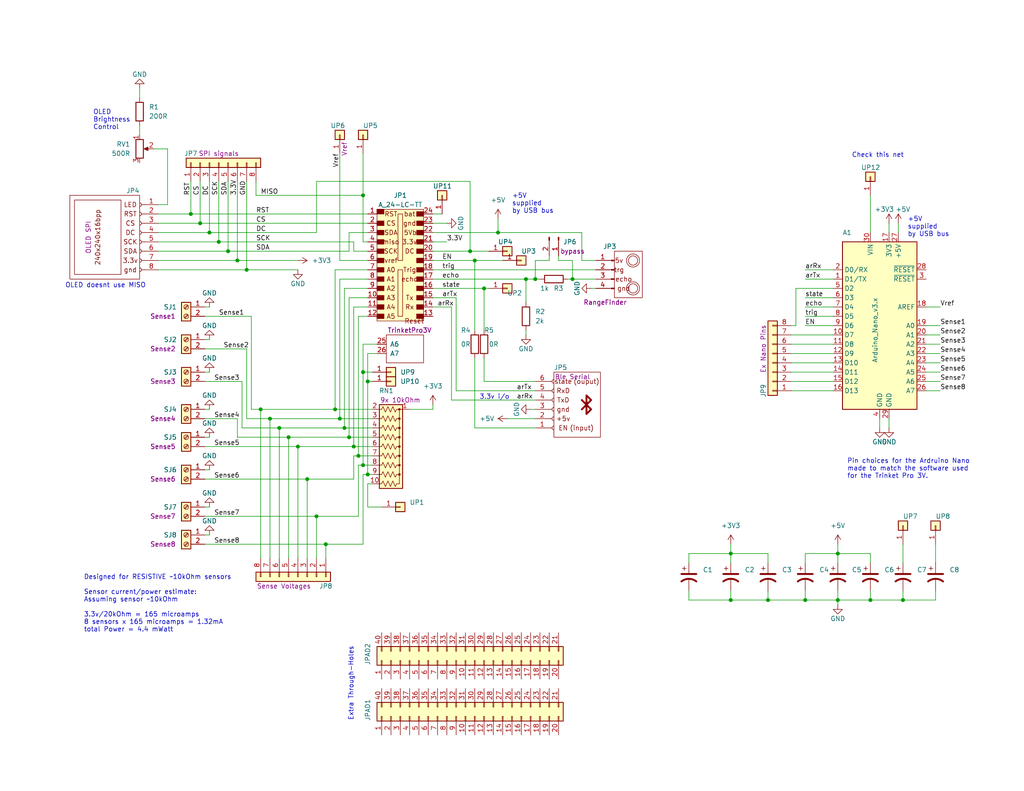
<source format=kicad_sch>
(kicad_sch (version 20211123) (generator eeschema)
  (paper "USLetter")
  (title_block (title "Fishinator005 Sense Cluster Circuit") (date "2023") (rev "1.0") (company "Cam Mayor") (comment 1 "https://github.com/cmayor314"))
  (lib_symbols
    (symbol "Connector:Conn_01x02_Male" (pin_names (offset 1.016) hide)
      (property "Reference" "J" (at 0 2.54 0))
      (property "Value" "Conn_01x02_Male" (at 0 -5.08 0))
      (symbol "Conn_01x02_Male_1_1"
        (pin passive line (at 5.08 0 180) (length 3.81) (name "Pin_1") (number "1"))
        (pin passive line (at 5.08 -2.54 180) (length 3.81) (name "Pin_2") (number "2"))
      )
    )
    (symbol "Connector:Conn_01x04_Male" (pin_names (offset 1.016) hide)
      (property "Reference" "JP3" (at 1.27 6.35 0))
      (property "Silk" "RangeFinder" (at 2.54 -8.89 0))
      (symbol "Conn_01x04_Male_0_0"
        (text "5v" (at -1.27 2.54 0) (effects (font (size 1.27 1.27))))
        (text "echo" (at -2.54 -2.54 0) (effects (font (size 1.27 1.27))))
        (text "gnd" (at -2.54 -5.08 0) (effects (font (size 1.27 1.27))))
        (text "trg" (at -1.27 0 0) (effects (font (size 1.27 1.27))))
      )
      (symbol "Conn_01x04_Male_1_1"
        (pin passive line (at 5.08 2.54 180) (length 3.81) (name "Pin_1") (number "1"))
        (pin passive line (at 5.08 0 180) (length 3.81) (name "Pin_2") (number "2"))
        (pin passive line (at 5.08 -2.54 180) (length 3.81) (name "Pin_3") (number "3"))
        (pin passive line (at 5.08 -5.08 180) (length 3.81) (name "Pin_4") (number "4"))
      )
    )
    (symbol "Connector:Conn_01x06_Female" (pin_names (offset 1.016) hide)
      (property "Reference" "JP5" (at 0 -11.43 0))
      (property "Silk" "Ble Serial" (at 5.08 -8.89 0))
      (symbol "Conn_01x06_Female_0_0"
        (text "(input)" (at 7.62 5.08 0) (effects (font (size 1.27 1.27))))
        (text "(ouput)" (at 8.89 -7.62 0) (effects (font (size 1.27 1.27))))
        (text "+5v" (at 2.54 2.54 0) (effects (font (size 1.27 1.27))))
        (text "EN" (at 2.54 5.08 0) (effects (font (size 1.27 1.27))))
        (text "gnd" (at 2.54 0 0) (effects (font (size 1.27 1.27))))
        (text "RxD" (at 2.54 -5.08 0) (effects (font (size 1.27 1.27))))
        (text "state" (at 2.54 -7.62 0) (effects (font (size 1.27 1.27))))
        (text "TxD" (at 2.54 -2.54 0) (effects (font (size 1.27 1.27))))
      )
      (symbol "Conn_01x06_Female_1_1"
        (pin passive line (at -5.08 5.08 0) (length 3.81) (name "Pin_1") (number "1"))
        (pin passive line (at -5.08 2.54 0) (length 3.81) (name "Pin_2") (number "2"))
        (pin passive line (at -5.08 0 0) (length 3.81) (name "Pin_3") (number "3"))
        (pin passive line (at -5.08 -2.54 0) (length 3.81) (name "Pin_4") (number "4"))
        (pin passive line (at -5.08 -5.08 0) (length 3.81) (name "Pin_5") (number "5"))
        (pin passive line (at -5.08 -7.62 0) (length 3.81) (name "Pin_6") (number "6"))
      )
    )
    (symbol "Connector:Conn_01x08_Female" (pin_names (offset 1.016) hide)
      (property "Reference" "JP4" (at 0 11.43 0))
      (property "Silk" "OLED SPI" (at 13.97 -1.27 90))
      (symbol "Conn_01x08_Female_0_0"
        (text "240x240x16bpp" (at 11.43 -1.27 900) (effects (font (size 1.27 1.27))))
        (text "3.3v" (at 2.54 -7.62 0) (effects (font (size 1.27 1.27))))
        (text "CS" (at 2.54 2.54 0) (effects (font (size 1.27 1.27))))
        (text "DC" (at 2.54 0 0) (effects (font (size 1.27 1.27))))
        (text "gnd" (at 2.54 -10.16 0) (effects (font (size 1.27 1.27))))
        (text "LED" (at 2.54 7.62 0) (effects (font (size 1.27 1.27))))
        (text "RST" (at 2.54 5.08 0) (effects (font (size 1.27 1.27))))
        (text "SCK" (at 2.54 -2.54 0) (effects (font (size 1.27 1.27))))
        (text "SDA" (at 2.54 -5.08 0) (effects (font (size 1.27 1.27))))
      )
      (symbol "Conn_01x08_Female_1_1"
        (pin passive line (at -5.08 7.62 0) (length 3.81) (name "Pin_1") (number "1"))
        (pin passive line (at -5.08 5.08 0) (length 3.81) (name "Pin_2") (number "2"))
        (pin passive line (at -5.08 2.54 0) (length 3.81) (name "Pin_3") (number "3"))
        (pin passive line (at -5.08 0 0) (length 3.81) (name "Pin_4") (number "4"))
        (pin passive line (at -5.08 -2.54 0) (length 3.81) (name "Pin_5") (number "5"))
        (pin passive line (at -5.08 -5.08 0) (length 3.81) (name "Pin_6") (number "6"))
        (pin passive line (at -5.08 -7.62 0) (length 3.81) (name "Pin_7") (number "7"))
        (pin passive line (at -5.08 -10.16 0) (length 3.81) (name "Pin_8") (number "8"))
      )
    )
    (symbol "Connector:Screw_Terminal_01x02" (pin_names (offset 1.016) hide)
      (property "Reference" "J" (at 0 2.54 0))
      (property "Value" "Screw_Terminal_01x02" (at 0 -5.08 0))
      (symbol "Screw_Terminal_01x02_1_1"
        (pin passive line (at -5.08 0 0) (length 3.81) (name "Pin_1") (number "1"))
        (pin passive line (at -5.08 -2.54 0) (length 3.81) (name "Pin_2") (number "2"))
      )
    )
    (symbol "Connector_Generic:Conn_01x01" (pin_names (offset 1.016) hide)
      (property "Reference" "J" (at 0 2.54 0))
      (property "Value" "Conn_01x01" (at 0 -2.54 0))
      (symbol "Conn_01x01_1_1"
        (pin passive line (at -5.08 0 0) (length 3.81) (name "Pin_1") (number "1"))
      )
    )
    (symbol "Connector_Generic:Conn_01x08" (pin_names (offset 1.016) hide)
      (property "Reference" "J" (at 0 10.16 0))
      (property "Value" "Conn_01x08" (at 0 -12.7 0))
      (symbol "Conn_01x08_1_1"
        (pin passive line (at -5.08 7.62 0) (length 3.81) (name "Pin_1") (number "1"))
        (pin passive line (at -5.08 5.08 0) (length 3.81) (name "Pin_2") (number "2"))
        (pin passive line (at -5.08 2.54 0) (length 3.81) (name "Pin_3") (number "3"))
        (pin passive line (at -5.08 0 0) (length 3.81) (name "Pin_4") (number "4"))
        (pin passive line (at -5.08 -2.54 0) (length 3.81) (name "Pin_5") (number "5"))
        (pin passive line (at -5.08 -5.08 0) (length 3.81) (name "Pin_6") (number "6"))
        (pin passive line (at -5.08 -7.62 0) (length 3.81) (name "Pin_7") (number "7"))
        (pin passive line (at -5.08 -10.16 0) (length 3.81) (name "Pin_8") (number "8"))
      )
    )
    (symbol "Connector_Generic:Conn_02x20_Counter_Clockwise" (pin_names (offset 1.016) hide)
      (property "Reference" "J" (at 1.27 25.4 0))
      (property "Value" "Conn_02x20_Counter_Clockwise" (at 1.27 -27.94 0))
      (symbol "Conn_02x20_Counter_Clockwise_1_1"
        (pin passive line (at -5.08 22.86 0) (length 3.81) (name "Pin_1") (number "1"))
        (pin passive line (at -5.08 0 0) (length 3.81) (name "Pin_10") (number "10"))
        (pin passive line (at -5.08 -2.54 0) (length 3.81) (name "Pin_11") (number "11"))
        (pin passive line (at -5.08 -5.08 0) (length 3.81) (name "Pin_12") (number "12"))
        (pin passive line (at -5.08 -7.62 0) (length 3.81) (name "Pin_13") (number "13"))
        (pin passive line (at -5.08 -10.16 0) (length 3.81) (name "Pin_14") (number "14"))
        (pin passive line (at -5.08 -12.7 0) (length 3.81) (name "Pin_15") (number "15"))
        (pin passive line (at -5.08 -15.24 0) (length 3.81) (name "Pin_16") (number "16"))
        (pin passive line (at -5.08 -17.78 0) (length 3.81) (name "Pin_17") (number "17"))
        (pin passive line (at -5.08 -20.32 0) (length 3.81) (name "Pin_18") (number "18"))
        (pin passive line (at -5.08 -22.86 0) (length 3.81) (name "Pin_19") (number "19"))
        (pin passive line (at -5.08 20.32 0) (length 3.81) (name "Pin_2") (number "2"))
        (pin passive line (at -5.08 -25.4 0) (length 3.81) (name "Pin_20") (number "20"))
        (pin passive line (at 7.62 -25.4 180) (length 3.81) (name "Pin_21") (number "21"))
        (pin passive line (at 7.62 -22.86 180) (length 3.81) (name "Pin_22") (number "22"))
        (pin passive line (at 7.62 -20.32 180) (length 3.81) (name "Pin_23") (number "23"))
        (pin passive line (at 7.62 -17.78 180) (length 3.81) (name "Pin_24") (number "24"))
        (pin passive line (at 7.62 -15.24 180) (length 3.81) (name "Pin_25") (number "25"))
        (pin passive line (at 7.62 -12.7 180) (length 3.81) (name "Pin_26") (number "26"))
        (pin passive line (at 7.62 -10.16 180) (length 3.81) (name "Pin_27") (number "27"))
        (pin passive line (at 7.62 -7.62 180) (length 3.81) (name "Pin_28") (number "28"))
        (pin passive line (at 7.62 -5.08 180) (length 3.81) (name "Pin_29") (number "29"))
        (pin passive line (at -5.08 17.78 0) (length 3.81) (name "Pin_3") (number "3"))
        (pin passive line (at 7.62 -2.54 180) (length 3.81) (name "Pin_30") (number "30"))
        (pin passive line (at 7.62 0 180) (length 3.81) (name "Pin_31") (number "31"))
        (pin passive line (at 7.62 2.54 180) (length 3.81) (name "Pin_32") (number "32"))
        (pin passive line (at 7.62 5.08 180) (length 3.81) (name "Pin_33") (number "33"))
        (pin passive line (at 7.62 7.62 180) (length 3.81) (name "Pin_34") (number "34"))
        (pin passive line (at 7.62 10.16 180) (length 3.81) (name "Pin_35") (number "35"))
        (pin passive line (at 7.62 12.7 180) (length 3.81) (name "Pin_36") (number "36"))
        (pin passive line (at 7.62 15.24 180) (length 3.81) (name "Pin_37") (number "37"))
        (pin passive line (at 7.62 17.78 180) (length 3.81) (name "Pin_38") (number "38"))
        (pin passive line (at 7.62 20.32 180) (length 3.81) (name "Pin_39") (number "39"))
        (pin passive line (at -5.08 15.24 0) (length 3.81) (name "Pin_4") (number "4"))
        (pin passive line (at 7.62 22.86 180) (length 3.81) (name "Pin_40") (number "40"))
        (pin passive line (at -5.08 12.7 0) (length 3.81) (name "Pin_5") (number "5"))
        (pin passive line (at -5.08 10.16 0) (length 3.81) (name "Pin_6") (number "6"))
        (pin passive line (at -5.08 7.62 0) (length 3.81) (name "Pin_7") (number "7"))
        (pin passive line (at -5.08 5.08 0) (length 3.81) (name "Pin_8") (number "8"))
        (pin passive line (at -5.08 2.54 0) (length 3.81) (name "Pin_9") (number "9"))
      )
    )
    (symbol "Device:C_Polarized_US" (pin_numbers hide) (pin_names (offset 0.254) hide)
      (property "Reference" "C" (at 0.635 2.54 0))
      (property "Value" "C_Polarized_US" (at 0.635 -2.54 0))
      (symbol "C_Polarized_US_1_1"
        (pin passive line (at 0 3.81 270) (length 2.794) (name "~") (number "1"))
        (pin passive line (at 0 -3.81 90) (length 3.302) (name "~") (number "2"))
      )
    )
    (symbol "Device:R" (pin_numbers hide) (pin_names (offset 0))
      (property "Reference" "R" (at 2.032 0 90))
      (property "Value" "R" (at 0 0 90))
      (symbol "R_1_1"
        (pin passive line (at 0 3.81 270) (length 1.27) (name "~") (number "1"))
        (pin passive line (at 0 -3.81 90) (length 1.27) (name "~") (number "2"))
      )
    )
    (symbol "Device:R_Network09_US" (pin_names (offset 0) hide)
      (property "Reference" "RN" (at -12.7 0 90))
      (property "Value" "R_Network09_US" (at 12.7 0 90))
      (symbol "R_Network09_US_1_1"
        (pin passive line (at -10.16 5.08 270) (length 2.54) (name "common") (number "1"))
        (pin passive line (at 10.16 -5.08 90) (length 1.27) (name "R9") (number "10"))
        (pin passive line (at -10.16 -5.08 90) (length 1.27) (name "R1") (number "2"))
        (pin passive line (at -7.62 -5.08 90) (length 1.27) (name "R2") (number "3"))
        (pin passive line (at -5.08 -5.08 90) (length 1.27) (name "R3") (number "4"))
        (pin passive line (at -2.54 -5.08 90) (length 1.27) (name "R4") (number "5"))
        (pin passive line (at 0 -5.08 90) (length 1.27) (name "R5") (number "6"))
        (pin passive line (at 2.54 -5.08 90) (length 1.27) (name "R6") (number "7"))
        (pin passive line (at 5.08 -5.08 90) (length 1.27) (name "R7") (number "8"))
        (pin passive line (at 7.62 -5.08 90) (length 1.27) (name "R8") (number "9"))
      )
    )
    (symbol "Device:R_Potentiometer" (pin_names (offset 1.016) hide)
      (property "Reference" "RV" (at -4.445 0 90))
      (property "Value" "R_Potentiometer" (at -2.54 0 90))
      (symbol "R_Potentiometer_1_1"
        (pin passive line (at 0 3.81 270) (length 1.27) (name "1") (number "1"))
        (pin passive line (at 3.81 0 180) (length 1.27) (name "2") (number "2"))
        (pin passive line (at 0 -3.81 90) (length 1.27) (name "3") (number "3"))
      )
    )
    (symbol "MCU_Module:Arduino_Nano_v3.x"
      (property "Reference" "A" (at -10.16 23.495 0))
      (property "Value" "Arduino_Nano_v3.x" (at 5.08 -24.13 0))
      (symbol "Arduino_Nano_v3.x_1_1"
        (pin bidirectional line (at -12.7 12.7 0) (length 2.54) (name "D1/TX") (number "1"))
        (pin bidirectional line (at -12.7 -2.54 0) (length 2.54) (name "D7") (number "10"))
        (pin bidirectional line (at -12.7 -5.08 0) (length 2.54) (name "D8") (number "11"))
        (pin bidirectional line (at -12.7 -7.62 0) (length 2.54) (name "D9") (number "12"))
        (pin bidirectional line (at -12.7 -10.16 0) (length 2.54) (name "D10") (number "13"))
        (pin bidirectional line (at -12.7 -12.7 0) (length 2.54) (name "D11") (number "14"))
        (pin bidirectional line (at -12.7 -15.24 0) (length 2.54) (name "D12") (number "15"))
        (pin bidirectional line (at -12.7 -17.78 0) (length 2.54) (name "D13") (number "16"))
        (pin power_out line (at 2.54 25.4 270) (length 2.54) (name "3V3") (number "17"))
        (pin input line (at 12.7 5.08 180) (length 2.54) (name "AREF") (number "18"))
        (pin bidirectional line (at 12.7 0 180) (length 2.54) (name "A0") (number "19"))
        (pin bidirectional line (at -12.7 15.24 0) (length 2.54) (name "D0/RX") (number "2"))
        (pin bidirectional line (at 12.7 -2.54 180) (length 2.54) (name "A1") (number "20"))
        (pin bidirectional line (at 12.7 -5.08 180) (length 2.54) (name "A2") (number "21"))
        (pin bidirectional line (at 12.7 -7.62 180) (length 2.54) (name "A3") (number "22"))
        (pin bidirectional line (at 12.7 -10.16 180) (length 2.54) (name "A4") (number "23"))
        (pin bidirectional line (at 12.7 -12.7 180) (length 2.54) (name "A5") (number "24"))
        (pin bidirectional line (at 12.7 -15.24 180) (length 2.54) (name "A6") (number "25"))
        (pin bidirectional line (at 12.7 -17.78 180) (length 2.54) (name "A7") (number "26"))
        (pin power_out line (at 5.08 25.4 270) (length 2.54) (name "+5V") (number "27"))
        (pin input line (at 12.7 15.24 180) (length 2.54) (name "~{RESET}") (number "28"))
        (pin power_in line (at 2.54 -25.4 90) (length 2.54) (name "GND") (number "29"))
        (pin input line (at 12.7 12.7 180) (length 2.54) (name "~{RESET}") (number "3"))
        (pin power_in line (at -2.54 25.4 270) (length 2.54) (name "VIN") (number "30"))
        (pin power_in line (at 0 -25.4 90) (length 2.54) (name "GND") (number "4"))
        (pin bidirectional line (at -12.7 10.16 0) (length 2.54) (name "D2") (number "5"))
        (pin bidirectional line (at -12.7 7.62 0) (length 2.54) (name "D3") (number "6"))
        (pin bidirectional line (at -12.7 5.08 0) (length 2.54) (name "D4") (number "7"))
        (pin bidirectional line (at -12.7 2.54 0) (length 2.54) (name "D5") (number "8"))
        (pin bidirectional line (at -12.7 0 0) (length 2.54) (name "D6") (number "9"))
      )
    )
    (symbol "dk_Sockets-for-ICs-Transistors:A_24-LC-TT" (pin_names (offset 1.016))
      (property "Reference" "JP1" (at 0 20.32 0))
      (property "Value" "A_24-LC-TT" (at 0 17.78 0))
      (property "Silk" "TrinketPro3V" (at 0 -17.78 0))
      (symbol "A_24-LC-TT_0_0"
        (text "3.3v" (at 0 6.35 0) (effects (font (size 1.27 1.27))))
        (text "5Vbus" (at 1.27 8.89 0) (effects (font (size 1.27 1.27))))
        (text "A0" (at -5.08 -1.27 0) (effects (font (size 1.27 1.27))))
        (text "A1" (at -5.08 -3.81 0) (effects (font (size 1.27 1.27))))
        (text "A2" (at -5.08 -6.35 0) (effects (font (size 1.27 1.27))))
        (text "A3" (at -5.08 -8.89 0) (effects (font (size 1.27 1.27))))
        (text "A4" (at -5.08 -11.43 0) (effects (font (size 1.27 1.27))))
        (text "A5" (at -5.08 -13.97 0) (effects (font (size 1.27 1.27))))
        (text "bat" (at 0 13.97 0) (effects (font (size 1.27 1.27))))
        (text "CS" (at -5.08 11.43 0) (effects (font (size 1.27 1.27))))
        (text "DC" (at 0 3.81 0) (effects (font (size 1.27 1.27))))
        (text "echo" (at 0 -3.81 0) (effects (font (size 1.27 1.27))))
        (text "gnd" (at 0 11.43 0) (effects (font (size 1.27 1.27))))
        (text "miso" (at -5.08 6.35 0) (effects (font (size 1.27 1.27))))
        (text "Reset" (at 1.27 -15.24 0) (effects (font (size 1.27 1.27))))
        (text "RST" (at -5.08 13.97 0) (effects (font (size 1.27 1.27))))
        (text "Rx" (at 0 -11.43 0) (effects (font (size 1.27 1.27))))
        (text "SCK" (at -5.08 3.81 0) (effects (font (size 1.27 1.27))))
        (text "SDA" (at -5.08 8.89 0) (effects (font (size 1.27 1.27))))
        (text "Trig" (at 0 -1.27 0) (effects (font (size 1.27 1.27))))
        (text "Tx" (at 0 -8.89 0) (effects (font (size 1.27 1.27))))
        (text "vref" (at -5.08 1.27 0) (effects (font (size 1.27 1.27))))
      )
      (symbol "A_24-LC-TT_1_1"
        (pin passive line (at -11.43 13.97 0) (length 2.54) (name "~") (number "1"))
        (pin passive line (at -11.43 -8.89 0) (length 2.54) (name "~") (number "10"))
        (pin passive line (at -11.43 -11.43 0) (length 2.54) (name "~") (number "11"))
        (pin passive line (at -11.43 -13.97 0) (length 2.54) (name "~") (number "12"))
        (pin passive line (at 6.35 -13.97 180) (length 2.54) (name "~") (number "13"))
        (pin passive line (at 6.35 -11.43 180) (length 2.54) (name "~") (number "14"))
        (pin passive line (at 6.35 -8.89 180) (length 2.54) (name "~") (number "15"))
        (pin passive line (at 6.35 -6.35 180) (length 2.54) (name "~") (number "16"))
        (pin passive line (at 6.35 -3.81 180) (length 2.54) (name "~") (number "17"))
        (pin passive line (at 6.35 -1.27 180) (length 2.54) (name "~") (number "18"))
        (pin passive line (at 6.35 1.27 180) (length 2.54) (name "~") (number "19"))
        (pin passive line (at -11.43 11.43 0) (length 2.54) (name "~") (number "2"))
        (pin passive line (at 6.35 3.81 180) (length 2.54) (name "~") (number "20"))
        (pin passive line (at 6.35 6.35 180) (length 2.54) (name "~") (number "21"))
        (pin passive line (at 6.35 8.89 180) (length 2.54) (name "~") (number "22"))
        (pin passive line (at 6.35 11.43 180) (length 2.54) (name "~") (number "23"))
        (pin passive line (at 6.35 13.97 180) (length 2.54) (name "~") (number "24"))
        (pin input line (at -8.89 -21.59 0) (length 2.54) (name "A6") (number "25"))
        (pin input line (at -8.89 -24.13 0) (length 2.54) (name "A7") (number "26"))
        (pin passive line (at -11.43 8.89 0) (length 2.54) (name "~") (number "3"))
        (pin passive line (at -11.43 6.35 0) (length 2.54) (name "~") (number "4"))
        (pin passive line (at -11.43 3.81 0) (length 2.54) (name "~") (number "5"))
        (pin passive line (at -11.43 1.27 0) (length 2.54) (name "~") (number "6"))
        (pin passive line (at -11.43 -1.27 0) (length 2.54) (name "~") (number "7"))
        (pin passive line (at -11.43 -3.81 0) (length 2.54) (name "~") (number "8"))
        (pin passive line (at -11.43 -6.35 0) (length 2.54) (name "~") (number "9"))
      )
    )
    (symbol "power:+3V3" (power) (pin_names (offset 0))
      (property "Value" "+3V3" (at 0 3.556 0))
      (symbol "+3V3_1_1"
        (pin power_in line (at 0 0 90) (length 0) hide (name "+3V3") (number "1"))
      )
    )
    (symbol "power:+5V" (power) (pin_names (offset 0))
      (property "Value" "+5V" (at 0 3.556 0))
      (symbol "+5V_1_1"
        (pin power_in line (at 0 0 90) (length 0) hide (name "+5V") (number "1"))
      )
    )
    (symbol "power:GND" (power) (pin_names (offset 0))
      (property "Value" "GND" (at 0 -3.81 0))
      (symbol "GND_1_1"
        (pin power_in line (at 0 0 270) (length 0) hide (name "GND") (number "1"))
      )
    )
  )
  (junction (at 95.25 119.38))
  (junction (at 219.71 163.83))
  (junction (at 71.12 111.76))
  (junction (at 237.49 163.83))
  (junction (at 81.28 121.92))
  (junction (at 52.07 58.42))
  (junction (at 86.36 140.97))
  (junction (at 99.06 53.34))
  (junction (at 156.21 76.2))
  (junction (at 129.54 71.12))
  (junction (at 146.05 76.2))
  (junction (at 88.9 148.59))
  (junction (at 132.08 78.74))
  (junction (at 91.44 111.76))
  (junction (at 73.66 114.3))
  (junction (at 99.06 127))
  (junction (at 246.38 163.83))
  (junction (at 199.39 163.83))
  (junction (at 135.89 63.5))
  (junction (at 67.31 73.66))
  (junction (at 97.79 124.46))
  (junction (at 99.06 101.6))
  (junction (at 199.39 151.13))
  (junction (at 64.77 71.12))
  (junction (at 78.74 119.38))
  (junction (at 96.52 121.92))
  (junction (at 100.33 129.54))
  (junction (at 128.27 68.58))
  (junction (at 76.2 116.84))
  (junction (at 100.33 104.14))
  (junction (at 209.55 163.83))
  (junction (at 83.82 130.81))
  (junction (at 228.6 151.13))
  (junction (at 92.71 114.3))
  (junction (at 57.15 63.5))
  (junction (at 93.98 116.84))
  (junction (at 143.51 76.2))
  (junction (at 62.23 68.58))
  (junction (at 54.61 60.96))
  (junction (at 59.69 66.04))
  (junction (at 228.6 163.83))
  (wire (pts (xy 228.6 161.29) (xy 228.6 163.83)))
  (wire (pts (xy 76.2 116.84) (xy 93.98 116.84)))
  (wire (pts (xy 92.71 41.91) (xy 92.71 71.12)))
  (wire (pts (xy 228.6 151.13) (xy 228.6 153.67)))
  (wire (pts (xy 55.88 95.25) (xy 67.31 95.25)))
  (wire (pts (xy 156.21 76.2) (xy 162.56 76.2)))
  (wire (pts (xy 96.52 121.92) (xy 101.6 121.92)))
  (wire (pts (xy 219.71 76.2) (xy 227.33 76.2)))
  (wire (pts (xy 67.31 49.53) (xy 67.31 73.66)))
  (wire (pts (xy 215.9 96.52) (xy 227.33 96.52)))
  (wire (pts (xy 100.33 86.36) (xy 97.79 86.36)))
  (wire (pts (xy 143.51 76.2) (xy 143.51 82.55)))
  (wire (pts (xy 97.79 127) (xy 99.06 127)))
  (wire (pts (xy 95.25 68.58) (xy 95.25 63.5)))
  (wire (pts (xy 83.82 130.81) (xy 83.82 152.4)))
  (wire (pts (xy 100.33 76.2) (xy 92.71 76.2)))
  (wire (pts (xy 138.43 114.3) (xy 146.05 114.3)))
  (wire (pts (xy 97.79 124.46) (xy 101.6 124.46)))
  (wire (pts (xy 81.28 121.92) (xy 96.52 121.92)))
  (wire (pts (xy 143.51 90.17) (xy 143.51 91.44)))
  (wire (pts (xy 88.9 148.59) (xy 99.06 148.59)))
  (wire (pts (xy 43.18 66.04) (xy 59.69 66.04)))
  (wire (pts (xy 64.77 49.53) (xy 64.77 71.12)))
  (wire (pts (xy 199.39 163.83) (xy 209.55 163.83)))
  (wire (pts (xy 132.08 90.17) (xy 132.08 78.74)))
  (wire (pts (xy 147.32 76.2) (xy 146.05 76.2)))
  (wire (pts (xy 55.88 140.97) (xy 86.36 140.97)))
  (wire (pts (xy 97.79 86.36) (xy 97.79 124.46)))
  (wire (pts (xy 124.46 81.28) (xy 124.46 106.68)))
  (wire (pts (xy 99.06 101.6) (xy 99.06 127)))
  (wire (pts (xy 52.07 49.53) (xy 52.07 58.42)))
  (wire (pts (xy 96.52 124.46) (xy 97.79 124.46)))
  (wire (pts (xy 129.54 97.79) (xy 129.54 116.84)))
  (wire (pts (xy 66.04 104.14) (xy 66.04 116.84)))
  (wire (pts (xy 118.11 71.12) (xy 129.54 71.12)))
  (wire (pts (xy 99.06 41.91) (xy 99.06 53.34)))
  (wire (pts (xy 227.33 78.74) (xy 217.17 78.74)))
  (wire (pts (xy 217.17 78.74) (xy 217.17 88.9)))
  (wire (pts (xy 219.71 161.29) (xy 219.71 163.83)))
  (wire (pts (xy 55.88 104.14) (xy 66.04 104.14)))
  (wire (pts (xy 252.73 99.06) (xy 256.54 99.06)))
  (wire (pts (xy 187.96 151.13) (xy 199.39 151.13)))
  (wire (pts (xy 123.19 83.82) (xy 118.11 83.82)))
  (wire (pts (xy 99.06 93.98) (xy 99.06 101.6)))
  (wire (pts (xy 54.61 49.53) (xy 54.61 60.96)))
  (wire (pts (xy 68.58 111.76) (xy 71.12 111.76)))
  (wire (pts (xy 69.85 53.34) (xy 99.06 53.34)))
  (wire (pts (xy 99.06 127) (xy 101.6 127)))
  (wire (pts (xy 66.04 116.84) (xy 76.2 116.84)))
  (wire (pts (xy 187.96 153.67) (xy 187.96 151.13)))
  (wire (pts (xy 43.18 55.88) (xy 45.72 55.88)))
  (wire (pts (xy 73.66 114.3) (xy 73.66 152.4)))
  (wire (pts (xy 219.71 86.36) (xy 227.33 86.36)))
  (wire (pts (xy 118.11 81.28) (xy 124.46 81.28)))
  (wire (pts (xy 118.11 78.74) (xy 132.08 78.74)))
  (wire (pts (xy 100.33 73.66) (xy 91.44 73.66)))
  (wire (pts (xy 92.71 114.3) (xy 101.6 114.3)))
  (wire (pts (xy 215.9 93.98) (xy 227.33 93.98)))
  (wire (pts (xy 128.27 49.53) (xy 86.36 49.53)))
  (wire (pts (xy 199.39 161.29) (xy 199.39 163.83)))
  (wire (pts (xy 62.23 49.53) (xy 62.23 68.58)))
  (wire (pts (xy 100.33 96.52) (xy 100.33 104.14)))
  (wire (pts (xy 78.74 119.38) (xy 78.74 152.4)))
  (wire (pts (xy 102.87 96.52) (xy 100.33 96.52)))
  (wire (pts (xy 73.66 114.3) (xy 92.71 114.3)))
  (wire (pts (xy 217.17 88.9) (xy 215.9 88.9)))
  (wire (pts (xy 71.12 111.76) (xy 91.44 111.76)))
  (wire (pts (xy 95.25 81.28) (xy 95.25 119.38)))
  (wire (pts (xy 219.71 163.83) (xy 228.6 163.83)))
  (wire (pts (xy 215.9 104.14) (xy 227.33 104.14)))
  (wire (pts (xy 55.88 101.6) (xy 57.15 101.6)))
  (wire (pts (xy 104.14 138.43) (xy 100.33 138.43)))
  (wire (pts (xy 67.31 73.66) (xy 81.28 73.66)))
  (wire (pts (xy 209.55 151.13) (xy 209.55 153.67)))
  (wire (pts (xy 215.9 106.68) (xy 227.33 106.68)))
  (wire (pts (xy 237.49 163.83) (xy 246.38 163.83)))
  (wire (pts (xy 219.71 81.28) (xy 227.33 81.28)))
  (wire (pts (xy 100.33 104.14) (xy 101.6 104.14)))
  (wire (pts (xy 209.55 161.29) (xy 209.55 163.83)))
  (wire (pts (xy 240.03 114.3) (xy 240.03 116.84)))
  (wire (pts (xy 128.27 68.58) (xy 128.27 49.53)))
  (wire (pts (xy 59.69 49.53) (xy 59.69 66.04)))
  (wire (pts (xy 100.33 71.12) (xy 92.71 71.12)))
  (wire (pts (xy 228.6 163.83) (xy 228.6 165.1)))
  (wire (pts (xy 252.73 88.9) (xy 256.54 88.9)))
  (wire (pts (xy 252.73 96.52) (xy 256.54 96.52)))
  (wire (pts (xy 55.88 121.92) (xy 81.28 121.92)))
  (wire (pts (xy 64.77 119.38) (xy 78.74 119.38)))
  (wire (pts (xy 156.21 71.12) (xy 156.21 76.2)))
  (wire (pts (xy 86.36 63.5) (xy 57.15 63.5)))
  (wire (pts (xy 69.85 49.53) (xy 69.85 53.34)))
  (wire (pts (xy 100.33 129.54) (xy 101.6 129.54)))
  (wire (pts (xy 93.98 116.84) (xy 101.6 116.84)))
  (wire (pts (xy 252.73 83.82) (xy 256.54 83.82)))
  (wire (pts (xy 228.6 163.83) (xy 237.49 163.83)))
  (wire (pts (xy 228.6 148.59) (xy 228.6 151.13)))
  (wire (pts (xy 149.86 69.85) (xy 149.86 71.12)))
  (wire (pts (xy 57.15 63.5) (xy 43.18 63.5)))
  (wire (pts (xy 55.88 92.71) (xy 57.15 92.71)))
  (wire (pts (xy 43.18 73.66) (xy 67.31 73.66)))
  (wire (pts (xy 68.58 86.36) (xy 55.88 86.36)))
  (wire (pts (xy 45.72 40.64) (xy 45.72 55.88)))
  (wire (pts (xy 93.98 78.74) (xy 93.98 116.84)))
  (wire (pts (xy 88.9 148.59) (xy 88.9 152.4)))
  (wire (pts (xy 255.27 161.29) (xy 255.27 163.83)))
  (wire (pts (xy 111.76 111.76) (xy 118.11 111.76)))
  (wire (pts (xy 135.89 59.69) (xy 135.89 63.5)))
  (wire (pts (xy 96.52 83.82) (xy 96.52 121.92)))
  (wire (pts (xy 55.88 83.82) (xy 57.15 83.82)))
  (wire (pts (xy 118.11 76.2) (xy 143.51 76.2)))
  (wire (pts (xy 83.82 130.81) (xy 96.52 130.81)))
  (wire (pts (xy 124.46 106.68) (xy 146.05 106.68)))
  (wire (pts (xy 219.71 73.66) (xy 227.33 73.66)))
  (wire (pts (xy 245.11 60.96) (xy 245.11 63.5)))
  (wire (pts (xy 54.61 60.96) (xy 100.33 60.96)))
  (wire (pts (xy 128.27 68.58) (xy 133.35 68.58)))
  (wire (pts (xy 237.49 151.13) (xy 237.49 153.67)))
  (wire (pts (xy 158.75 63.5) (xy 158.75 71.12)))
  (wire (pts (xy 123.19 109.22) (xy 146.05 109.22)))
  (wire (pts (xy 120.65 58.42) (xy 118.11 58.42)))
  (wire (pts (xy 255.27 148.59) (xy 255.27 153.67)))
  (wire (pts (xy 76.2 116.84) (xy 76.2 152.4)))
  (wire (pts (xy 86.36 140.97) (xy 86.36 152.4)))
  (wire (pts (xy 62.23 68.58) (xy 95.25 68.58)))
  (wire (pts (xy 100.33 104.14) (xy 100.33 129.54)))
  (wire (pts (xy 252.73 93.98) (xy 256.54 93.98)))
  (wire (pts (xy 96.52 66.04) (xy 96.52 68.58)))
  (wire (pts (xy 154.94 76.2) (xy 156.21 76.2)))
  (wire (pts (xy 146.05 76.2) (xy 143.51 76.2)))
  (wire (pts (xy 129.54 71.12) (xy 129.54 90.17)))
  (wire (pts (xy 86.36 49.53) (xy 86.36 63.5)))
  (wire (pts (xy 187.96 163.83) (xy 199.39 163.83)))
  (wire (pts (xy 38.1 24.13) (xy 38.1 26.67)))
  (wire (pts (xy 252.73 101.6) (xy 256.54 101.6)))
  (wire (pts (xy 68.58 111.76) (xy 68.58 86.36)))
  (wire (pts (xy 92.71 76.2) (xy 92.71 114.3)))
  (wire (pts (xy 219.71 153.67) (xy 219.71 151.13)))
  (wire (pts (xy 132.08 104.14) (xy 132.08 97.79)))
  (wire (pts (xy 199.39 151.13) (xy 209.55 151.13)))
  (wire (pts (xy 100.33 78.74) (xy 93.98 78.74)))
  (wire (pts (xy 86.36 140.97) (xy 97.79 140.97)))
  (wire (pts (xy 215.9 99.06) (xy 227.33 99.06)))
  (wire (pts (xy 55.88 146.05) (xy 57.15 146.05)))
  (wire (pts (xy 78.74 119.38) (xy 95.25 119.38)))
  (wire (pts (xy 100.33 138.43) (xy 100.33 132.08)))
  (wire (pts (xy 144.78 111.76) (xy 146.05 111.76)))
  (wire (pts (xy 123.19 83.82) (xy 123.19 109.22)))
  (wire (pts (xy 118.11 60.96) (xy 121.92 60.96)))
  (wire (pts (xy 187.96 161.29) (xy 187.96 163.83)))
  (wire (pts (xy 43.18 71.12) (xy 64.77 71.12)))
  (wire (pts (xy 55.88 111.76) (xy 57.15 111.76)))
  (wire (pts (xy 99.06 66.04) (xy 100.33 66.04)))
  (wire (pts (xy 55.88 138.43) (xy 57.15 138.43)))
  (wire (pts (xy 242.57 60.96) (xy 242.57 63.5)))
  (wire (pts (xy 242.57 114.3) (xy 242.57 116.84)))
  (wire (pts (xy 135.89 63.5) (xy 158.75 63.5)))
  (wire (pts (xy 57.15 49.53) (xy 57.15 63.5)))
  (wire (pts (xy 96.52 124.46) (xy 96.52 130.81)))
  (wire (pts (xy 246.38 161.29) (xy 246.38 163.83)))
  (wire (pts (xy 161.29 78.74) (xy 162.56 78.74)))
  (wire (pts (xy 237.49 53.34) (xy 237.49 63.5)))
  (wire (pts (xy 118.11 73.66) (xy 162.56 73.66)))
  (wire (pts (xy 101.6 111.76) (xy 91.44 111.76)))
  (wire (pts (xy 43.18 58.42) (xy 52.07 58.42)))
  (wire (pts (xy 100.33 132.08) (xy 101.6 132.08)))
  (wire (pts (xy 118.11 63.5) (xy 135.89 63.5)))
  (wire (pts (xy 81.28 121.92) (xy 81.28 152.4)))
  (wire (pts (xy 55.88 130.81) (xy 83.82 130.81)))
  (wire (pts (xy 252.73 106.68) (xy 256.54 106.68)))
  (wire (pts (xy 228.6 151.13) (xy 237.49 151.13)))
  (wire (pts (xy 199.39 151.13) (xy 199.39 153.67)))
  (wire (pts (xy 152.4 71.12) (xy 156.21 71.12)))
  (wire (pts (xy 43.18 68.58) (xy 62.23 68.58)))
  (wire (pts (xy 118.11 111.76) (xy 118.11 110.49)))
  (wire (pts (xy 55.88 119.38) (xy 57.15 119.38)))
  (wire (pts (xy 237.49 161.29) (xy 237.49 163.83)))
  (wire (pts (xy 215.9 91.44) (xy 227.33 91.44)))
  (wire (pts (xy 129.54 71.12) (xy 137.16 71.12)))
  (wire (pts (xy 64.77 114.3) (xy 64.77 119.38)))
  (wire (pts (xy 246.38 163.83) (xy 255.27 163.83)))
  (wire (pts (xy 95.25 63.5) (xy 100.33 63.5)))
  (wire (pts (xy 67.31 114.3) (xy 73.66 114.3)))
  (wire (pts (xy 252.73 91.44) (xy 256.54 91.44)))
  (wire (pts (xy 99.06 53.34) (xy 99.06 66.04)))
  (wire (pts (xy 219.71 151.13) (xy 228.6 151.13)))
  (wire (pts (xy 252.73 104.14) (xy 256.54 104.14)))
  (wire (pts (xy 55.88 148.59) (xy 88.9 148.59)))
  (wire (pts (xy 52.07 58.42) (xy 100.33 58.42)))
  (wire (pts (xy 158.75 71.12) (xy 162.56 71.12)))
  (wire (pts (xy 132.08 104.14) (xy 146.05 104.14)))
  (wire (pts (xy 215.9 101.6) (xy 227.33 101.6)))
  (wire (pts (xy 64.77 71.12) (xy 81.28 71.12)))
  (wire (pts (xy 38.1 34.29) (xy 38.1 36.83)))
  (wire (pts (xy 95.25 119.38) (xy 101.6 119.38)))
  (wire (pts (xy 118.11 66.04) (xy 121.92 66.04)))
  (wire (pts (xy 152.4 69.85) (xy 152.4 71.12)))
  (wire (pts (xy 41.91 40.64) (xy 45.72 40.64)))
  (wire (pts (xy 146.05 71.12) (xy 146.05 76.2)))
  (wire (pts (xy 91.44 73.66) (xy 91.44 111.76)))
  (wire (pts (xy 132.08 78.74) (xy 133.35 78.74)))
  (wire (pts (xy 55.88 114.3) (xy 64.77 114.3)))
  (wire (pts (xy 97.79 127) (xy 97.79 140.97)))
  (wire (pts (xy 118.11 68.58) (xy 128.27 68.58)))
  (wire (pts (xy 55.88 128.27) (xy 57.15 128.27)))
  (wire (pts (xy 99.06 101.6) (xy 101.6 101.6)))
  (wire (pts (xy 43.18 60.96) (xy 54.61 60.96)))
  (wire (pts (xy 219.71 88.9) (xy 227.33 88.9)))
  (wire (pts (xy 246.38 148.59) (xy 246.38 153.67)))
  (wire (pts (xy 146.05 116.84) (xy 129.54 116.84)))
  (wire (pts (xy 219.71 83.82) (xy 227.33 83.82)))
  (wire (pts (xy 199.39 148.59) (xy 199.39 151.13)))
  (wire (pts (xy 59.69 66.04) (xy 96.52 66.04)))
  (wire (pts (xy 99.06 129.54) (xy 100.33 129.54)))
  (wire (pts (xy 67.31 95.25) (xy 67.31 114.3)))
  (wire (pts (xy 209.55 163.83) (xy 219.71 163.83)))
  (wire (pts (xy 149.86 71.12) (xy 146.05 71.12)))
  (wire (pts (xy 100.33 83.82) (xy 96.52 83.82)))
  (wire (pts (xy 71.12 111.76) (xy 71.12 152.4)))
  (wire (pts (xy 99.06 148.59) (xy 99.06 129.54)))
  (wire (pts (xy 100.33 81.28) (xy 95.25 81.28)))
  (wire (pts (xy 96.52 68.58) (xy 100.33 68.58)))
  (wire (pts (xy 102.87 93.98) (xy 99.06 93.98)))
  (text "Designed for RESISTIVE ~10kOhm sensors\n\nSensor current/power estimate:\nAssuming sensor ~10kOhm\n\n3.3v/20kOhm = 165 microamps\n8 sensors x 165 microamps = 1.32mA\ntotal Power = 4.4 mWatt" (at 22.86 172.72 0) (effects (font (size 1.27 1.27)) (justify left bottom)))
  (text "Extra Through-Holes" (at 96.52 196.85 90) (effects (font (size 1.27 1.27)) (justify left bottom)))
  (text "Pin choices for the Ardruino Nano\nmade to match the software used \nfor the Trinket Pro 3V." (at 231.14 130.81 0) (effects (font (size 1.27 1.27)) (justify left bottom)))
  (text "Check this net" (at 232.41 43.18 0) (effects (font (size 1.27 1.27)) (justify left bottom)))
  (text "OLED\nBrightness\nControl" (at 25.4 35.56 0) (effects (font (size 1.27 1.27)) (justify left bottom)))
  (text "+5V\nsupplied\nby USB bus" (at 139.7 58.42 0) (effects (font (size 1.27 1.27)) (justify left bottom)))
  (text "OLED doesnt use MISO" (at 17.78 78.74 0) (effects (font (size 1.27 1.27)) (justify left bottom)))
  (text "+5V\nsupplied\nby USB bus" (at 247.65 64.77 0) (effects (font (size 1.27 1.27)) (justify left bottom)))
  (text "3.3v i/o" (at 130.81 109.22 0) (effects (font (size 1.27 1.27)) (justify left bottom)))
  (label "Sense3" (at 256.54 93.98 0))
  (label "Sense5" (at 256.54 99.06 0))
  (label "EN" (at 219.71 88.9 0))
  (label "arRx" (at 140.97 109.22 0))
  (label "Sense2" (at 60.96 95.25 0))
  (label "Vref" (at 256.54 83.82 0))
  (label "arTx" (at 120.65 81.28 0))
  (label "arRx" (at 219.71 73.66 0))
  (label "CS" (at 54.61 53.34 90))
  (label "Sense6" (at 58.42 130.81 0))
  (label "echo" (at 120.65 76.2 0))
  (label "arTx" (at 219.71 76.2 0))
  (label "Sense3" (at 58.42 104.14 0))
  (label "Sense6" (at 256.54 101.6 0))
  (label "Sense2" (at 256.54 91.44 0))
  (label "trig" (at 219.71 86.36 0))
  (label "SCK" (at 59.69 53.34 90))
  (label "DC" (at 69.85 63.5 0))
  (label "Sense8" (at 58.42 148.59 0))
  (label "state" (at 219.71 81.28 0))
  (label "Sense7" (at 256.54 104.14 0))
  (label "Vref" (at 92.71 45.72 90))
  (label "MISO" (at 71.12 53.34 0))
  (label "GND" (at 67.31 53.34 90))
  (label "SDA" (at 62.23 53.34 90))
  (label "Sense4" (at 58.42 114.3 0))
  (label "Sense5" (at 58.42 121.92 0))
  (label "CS" (at 69.85 60.96 0))
  (label "Sense8" (at 256.54 106.68 0))
  (label "3.3V" (at 121.92 66.04 0))
  (label "trig" (at 120.65 73.66 0))
  (label "echo" (at 219.71 83.82 0))
  (label "arTx" (at 140.97 106.68 0))
  (label "DC" (at 57.15 53.34 90))
  (label "Sense7" (at 58.42 140.97 0))
  (label "SDA" (at 69.85 68.58 0))
  (label "Sense1" (at 59.69 86.36 0))
  (label "arRx" (at 119.38 83.82 0))
  (label "SCK" (at 69.85 66.04 0))
  (label "RST" (at 52.07 53.34 90))
  (label "RST" (at 69.85 58.42 0))
  (label "EN" (at 120.65 71.12 0))
  (label "state" (at 120.65 78.74 0))
  (label "3.3V" (at 64.77 53.34 90))
  (label "Sense1" (at 256.54 88.9 0))
  (label "Sense4" (at 256.54 96.52 0))
  (symbol (lib_id "MCU_Module:Arduino_Nano_v3.x") (at 240.03 88.9 0) (unit 1)
    (property "Reference" "A1" (at 229.87 63.5 0) (effects (justify left)))
    (property "Value" "Arduino_Nano_v3.x" (at 238.76 99.06 90) (effects (justify left)))
    (property "Footprint" "Module:Arduino_Nano" (effects hide))
    (property "Datasheet" "http://www.mouser.com/pdfdocs/Gravitech_Arduino_Nano3_0.pdf" (effects hide))
  )
  (symbol (lib_id "Connector_Generic:Conn_01x01") (at 106.68 104.14 0) (unit 1)
    (property "Reference" "UP10" (at 109.22 104.1399 0) (effects (justify left)))
    (property "Value" "Conn_01x01" (effects hide))
    (property "Footprint" "Connector_Pin:Pin_D1.3mm_L11.0mm_LooseFit" (effects hide))
  )
  (symbol (lib_id "Connector_Generic:Conn_01x01") (at 255.27 143.51 90) (unit 1)
    (property "Reference" "UP8" (at 255.27 140.97 90) (effects (justify right)))
    (property "Value" "Conn_01x01" (effects hide))
    (property "Footprint" "Connector_Pin:Pin_D1.3mm_L11.0mm_LooseFit" (effects hide))
  )
  (symbol (lib_id "Device:C_Polarized_US") (at 255.27 157.48 0) (unit 1)
    (property "Reference" "C8" (at 259.08 155.5749 0) (effects (justify left)))
    (property "Value" "C_Polarized_US" (effects hide))
    (property "Footprint" "Capacitor_THT:CP_Radial_D10.0mm_P2.50mm" (effects hide))
  )
  (symbol (lib_id "power:GND") (at 57.15 92.71 180) (unit 1)
    (property "Reference" "#PWR0107" (effects hide))
    (property "Value" "GND" (at 57.15 88.9 0))
  )
  (symbol (lib_id "Connector:Conn_01x04_Male") (at 167.64 73.66 0) (mirror y) (unit 1)
    (property "Reference" "JP3" (at 166.37 67.31 0))
    (property "Value" "Conn_01x04_Male" (effects hide))
    (property "Footprint" "Connector_PinSocket_1.27mm:PinSocket_1x04_P1.27mm_Vertical" (effects hide))
    (property "Silk" "RangeFinder" (at 165.1 82.55 0))
  )
  (symbol (lib_id "Device:C_Polarized_US") (at 209.55 157.48 0) (unit 1)
    (property "Reference" "C3" (at 213.36 155.5749 0) (effects (justify left)))
    (property "Value" "C_Polarized_US" (effects hide))
    (property "Footprint" "Capacitor_THT:CP_Radial_D10.0mm_P2.50mm" (effects hide))
  )
  (symbol (lib_id "power:GND") (at 228.6 165.1 0) (unit 1)
    (property "Reference" "#PWR0120" (effects hide))
    (property "Value" "GND" (at 228.6 168.91 0))
  )
  (symbol (lib_id "Device:C_Polarized_US") (at 246.38 157.48 0) (unit 1)
    (property "Reference" "C7" (at 250.19 155.5749 0) (effects (justify left)))
    (property "Value" "C_Polarized_US" (effects hide))
    (property "Footprint" "Capacitor_THT:CP_Radial_D10.0mm_P2.50mm" (effects hide))
  )
  (symbol (lib_id "Device:R") (at 38.1 30.48 0) (unit 1)
    (property "Reference" "R1" (at 40.64 29.2099 0) (effects (justify left)))
    (property "Value" "200R" (at 40.64 31.7499 0) (effects (justify left)))
    (property "Footprint" "Resistor_THT:R_Axial_DIN0207_L6.3mm_D2.5mm_P7.62mm_Horizontal" (effects hide))
  )
  (symbol (lib_id "Connector_Generic:Conn_01x01") (at 106.68 101.6 0) (unit 1)
    (property "Reference" "UP9" (at 109.22 101.5999 0) (effects (justify left)))
    (property "Value" "Conn_01x01" (effects hide))
    (property "Footprint" "Connector_Pin:Pin_D1.3mm_L11.0mm_LooseFit" (effects hide))
  )
  (symbol (lib_id "power:GND") (at 57.15 111.76 180) (unit 1)
    (property "Reference" "#PWR0106" (effects hide))
    (property "Value" "GND" (at 57.15 107.95 0))
  )
  (symbol (lib_id "power:+5V") (at 138.43 114.3 90) (unit 1)
    (property "Reference" "#PWR0114" (effects hide))
    (property "Value" "+5V" (at 130.81 114.3 90) (effects (justify right)))
  )
  (symbol (lib_id "power:GND") (at 143.51 91.44 0) (unit 1)
    (property "Reference" "#PWR0116" (effects hide))
    (property "Value" "GND" (at 143.51 95.25 0))
  )
  (symbol (lib_id "Connector:Screw_Terminal_01x02") (at 50.8 92.71 0) (mirror y) (unit 1)
    (property "Reference" "SJ2" (at 48.26 92.7099 0) (effects (justify left)))
    (property "Value" "Screw_Terminal_01x02" (effects hide))
    (property "Footprint" "Connector_PinSocket_1.27mm:PinSocket_1x02_P1.27mm_Vertical" (effects hide))
    (property "Silk" "Sense2" (at 44.45 95.25 0))
  )
  (symbol (lib_id "Device:R") (at 132.08 93.98 0) (unit 1)
    (property "Reference" "R5" (at 132.08 90.17 0) (effects (justify left)))
    (property "Value" "0R" (at 133.35 93.98 0) (effects (justify left)))
    (property "Footprint" "Resistor_THT:R_Axial_DIN0207_L6.3mm_D2.5mm_P7.62mm_Horizontal" (effects hide))
  )
  (symbol (lib_id "power:GND") (at 57.15 128.27 180) (unit 1)
    (property "Reference" "#PWR0103" (effects hide))
    (property "Value" "GND" (at 57.15 124.46 0))
  )
  (symbol (lib_id "Connector:Screw_Terminal_01x02") (at 50.8 128.27 0) (mirror y) (unit 1)
    (property "Reference" "SJ6" (at 48.26 128.2699 0) (effects (justify left)))
    (property "Value" "Screw_Terminal_01x02" (effects hide))
    (property "Footprint" "Connector_PinSocket_1.27mm:PinSocket_1x02_P1.27mm_Vertical" (effects hide))
    (property "Silk" "Sense6" (at 44.45 130.81 0))
  )
  (symbol (lib_id "Connector:Screw_Terminal_01x02") (at 50.8 119.38 0) (mirror y) (unit 1)
    (property "Reference" "SJ5" (at 48.26 119.3799 0) (effects (justify left)))
    (property "Value" "Screw_Terminal_01x02" (effects hide))
    (property "Footprint" "Connector_PinSocket_1.27mm:PinSocket_1x02_P1.27mm_Vertical" (effects hide))
    (property "Silk" "Sense5" (at 44.45 121.92 0))
  )
  (symbol (lib_id "Connector_Generic:Conn_02x20_Counter_Clockwise") (at 127 195.58 90) (unit 1)
    (property "Reference" "JPAD1" (at 100.33 196.85 0) (effects (justify left)))
    (property "Value" "Conn_02x20_Counter_Clockwise" (effects hide))
    (property "Footprint" "Connector_PinHeader_1.27mm:PinHeader_2x20_P1.27mm_Vertical" (effects hide))
  )
  (symbol (lib_id "Connector_Generic:Conn_01x01") (at 92.71 36.83 90) (unit 1)
    (property "Reference" "UP6" (at 90.17 34.29 90) (effects (justify right)))
    (property "Value" "Conn_01x01" (effects hide))
    (property "Footprint" "Connector_Pin:Pin_D1.3mm_L11.0mm_LooseFit" (effects hide))
    (property "Silk" "Vref" (at 93.98 40.64 0))
  )
  (symbol (lib_id "Connector_Generic:Conn_01x01") (at 109.22 138.43 0) (unit 1)
    (property "Reference" "UP1" (at 111.76 137.1599 0) (effects (justify left)))
    (property "Value" "Conn_01x01" (effects hide))
    (property "Footprint" "Connector_Pin:Pin_D1.3mm_L11.0mm_LooseFit" (effects hide))
  )
  (symbol (lib_id "power:GND") (at 57.15 119.38 180) (unit 1)
    (property "Reference" "#PWR0101" (effects hide))
    (property "Value" "GND" (at 57.15 115.57 0))
  )
  (symbol (lib_id "Device:C_Polarized_US") (at 187.96 157.48 0) (unit 1)
    (property "Reference" "C1" (at 191.77 155.5749 0) (effects (justify left)))
    (property "Value" "C_Polarized_US" (effects hide))
    (property "Footprint" "Capacitor_THT:CP_Radial_D10.0mm_P2.50mm" (effects hide))
  )
  (symbol (lib_id "Connector_Generic:Conn_01x08") (at 59.69 44.45 90) (unit 1)
    (property "Reference" "JP7" (at 52.07 41.91 90))
    (property "Value" "Conn_01x08" (effects hide))
    (property "Footprint" "Connector_PinHeader_1.27mm:PinHeader_1x08_P1.27mm_Vertical" (effects hide))
    (property "Silk" "SPI signals" (at 59.69 41.91 90))
  )
  (symbol (lib_id "Connector_Generic:Conn_02x20_Counter_Clockwise") (at 127 180.34 90) (unit 1)
    (property "Reference" "JPAD2" (at 100.33 181.61 0) (effects (justify left)))
    (property "Value" "Conn_02x20_Counter_Clockwise" (effects hide))
    (property "Footprint" "Connector_PinHeader_1.27mm:PinHeader_2x20_P1.27mm_Vertical" (effects hide))
  )
  (symbol (lib_id "power:GND") (at 57.15 146.05 180) (unit 1)
    (property "Reference" "#PWR0104" (effects hide))
    (property "Value" "GND" (at 57.15 142.24 0))
  )
  (symbol (lib_id "Device:C_Polarized_US") (at 228.6 157.48 0) (unit 1)
    (property "Reference" "C5" (at 232.41 155.5749 0) (effects (justify left)))
    (property "Value" "C_Polarized_US" (effects hide))
    (property "Footprint" "Capacitor_THT:CP_Radial_D10.0mm_P2.50mm" (effects hide))
  )
  (symbol (lib_id "power:GND") (at 121.92 60.96 90) (unit 1)
    (property "Reference" "#PWR0111" (effects hide))
    (property "Value" "GND" (at 125.73 60.96 0))
  )
  (symbol (lib_id "power:+3V3") (at 81.28 71.12 270) (unit 1)
    (property "Reference" "#PWR0121" (effects hide))
    (property "Value" "+3V3" (at 85.09 71.1199 90) (effects (justify left)))
  )
  (symbol (lib_id "Connector:Screw_Terminal_01x02") (at 50.8 111.76 0) (mirror y) (unit 1)
    (property "Reference" "SJ4" (at 48.26 111.7599 0) (effects (justify left)))
    (property "Value" "Screw_Terminal_01x02" (effects hide))
    (property "Footprint" "Connector_PinSocket_1.27mm:PinSocket_1x02_P1.27mm_Vertical" (effects hide))
    (property "Silk" "Sense4" (at 44.45 114.3 0))
  )
  (symbol (lib_id "power:+5V") (at 228.6 148.59 0) (unit 1)
    (property "Reference" "#PWR0119" (effects hide))
    (property "Value" "+5V" (at 228.6 143.51 0))
  )
  (symbol (lib_id "power:GND") (at 240.03 116.84 0) (unit 1)
    (property "Reference" "#PWR0123" (effects hide))
    (property "Value" "GND" (at 240.03 120.65 0))
  )
  (symbol (lib_id "Device:R") (at 151.13 76.2 90) (unit 1)
    (property "Reference" "R3" (at 152.4 78.74 90))
    (property "Value" "1k" (at 148.59 78.74 90))
    (property "Footprint" "Resistor_THT:R_Axial_DIN0207_L6.3mm_D2.5mm_P7.62mm_Horizontal" (effects hide))
  )
  (symbol (lib_id "power:+3V3") (at 199.39 148.59 0) (unit 1)
    (property "Reference" "#PWR0118" (effects hide))
    (property "Value" "+3V3" (at 199.39 143.51 0))
  )
  (symbol (lib_id "dk_Sockets-for-ICs-Transistors:A_24-LC-TT") (at 111.76 72.39 0) (unit 1)
    (property "Reference" "JP1" (at 109.22 53.34 0))
    (property "Value" "A_24-LC-TT" (at 109.22 55.88 0))
    (property "Footprint" "digikey-footprints:Socket_DIP-24_15.24mm_Conn" (effects hide))
    (property "Datasheet" "http://www.assmann-wsw.com/fileadmin/datasheets/ASS_0810_CO.pdf" (effects hide))
    (property "Digi-Key_PN" "AE10001-ND" (effects hide))
    (property "MPN" "A 24-LC-TT" (effects hide))
    (property "Category" "Connectors, Interconnects" (effects hide))
    (property "Family" "Sockets for ICs, Transistors" (effects hide))
    (property "DK_Datasheet_Link" "http://www.assmann-wsw.com/fileadmin/datasheets/ASS_0810_CO.pdf" (effects hide))
    (property "DK_Detail_Page" "/product-detail/en/assmann-wsw-components/A-24-LC-TT/AE10001-ND/821755" (effects hide))
    (property "Description" "CONN IC DIP SOCKET 24POS TIN" (effects hide))
    (property "Manufacturer" "Assmann WSW Components" (effects hide))
    (property "Status" "Active" (effects hide))
    (property "Silk" "TrinketPro3V" (at 111.76 90.17 0))
  )
  (symbol (lib_id "Connector:Screw_Terminal_01x02") (at 50.8 138.43 0) (mirror y) (unit 1)
    (property "Reference" "SJ7" (at 48.26 138.4299 0) (effects (justify left)))
    (property "Value" "Screw_Terminal_01x02" (effects hide))
    (property "Footprint" "Connector_PinSocket_1.27mm:PinSocket_1x02_P1.27mm_Vertical" (effects hide))
    (property "Silk" "Sense7" (at 44.45 140.97 0))
  )
  (symbol (lib_id "Device:C_Polarized_US") (at 199.39 157.48 0) (unit 1)
    (property "Reference" "C2" (at 203.2 155.5749 0) (effects (justify left)))
    (property "Value" "C_Polarized_US" (effects hide))
    (property "Footprint" "Capacitor_THT:CP_Radial_D10.0mm_P2.50mm" (effects hide))
  )
  (symbol (lib_id "Connector_Generic:Conn_01x08") (at 210.82 99.06 180) (unit 1)
    (property "Reference" "JP9" (at 208.28 106.68 90))
    (property "Value" "Conn_01x08" (effects hide))
    (property "Footprint" "Connector_PinHeader_1.27mm:PinHeader_1x08_P1.27mm_Vertical" (effects hide))
    (property "Silk" "Ex Nano Pins" (at 208.28 95.25 90))
  )
  (symbol (lib_id "Device:R_Potentiometer") (at 38.1 40.64 0) (unit 1)
    (property "Reference" "RV1" (at 35.56 39.3699 0) (effects (justify right)))
    (property "Value" "500R" (at 35.56 41.9099 0) (effects (justify right)))
    (property "Footprint" "Potentiometer_THT:Potentiometer_Bourns_3386C_Horizontal" (effects hide))
  )
  (symbol (lib_id "power:+3V3") (at 118.11 110.49 0) (unit 1)
    (property "Reference" "#PWR0112" (effects hide))
    (property "Value" "+3V3" (at 118.11 105.41 0))
  )
  (symbol (lib_id "Device:C_Polarized_US") (at 219.71 157.48 0) (unit 1)
    (property "Reference" "C4" (at 223.52 155.5749 0) (effects (justify left)))
    (property "Value" "C_Polarized_US" (effects hide))
    (property "Footprint" "Capacitor_THT:CP_Radial_D10.0mm_P2.50mm" (effects hide))
  )
  (symbol (lib_id "Connector_Generic:Conn_01x01") (at 138.43 68.58 0) (unit 1)
    (property "Reference" "UP4" (at 135.89 66.04 0) (effects (justify left)))
    (property "Value" "Conn_01x01" (effects hide))
    (property "Footprint" "Connector_Pin:Pin_D1.3mm_L11.0mm_LooseFit" (effects hide))
  )
  (symbol (lib_id "Device:R") (at 129.54 93.98 0) (unit 1)
    (property "Reference" "R4" (at 125.73 90.17 0) (effects (justify left)))
    (property "Value" "0R" (at 125.73 93.98 0) (effects (justify left)))
    (property "Footprint" "Resistor_THT:R_Axial_DIN0207_L6.3mm_D2.5mm_P7.62mm_Horizontal" (effects hide))
  )
  (symbol (lib_id "Connector_Generic:Conn_01x01") (at 120.65 53.34 90) (unit 1)
    (property "Reference" "UP11" (at 118.11 50.8 90) (effects (justify right)))
    (property "Value" "Conn_01x01" (effects hide))
    (property "Footprint" "Connector_Pin:Pin_D1.3mm_L11.0mm_LooseFit" (effects hide))
  )
  (symbol (lib_id "power:GND") (at 38.1 24.13 180) (unit 1)
    (property "Reference" "#PWR0110" (effects hide))
    (property "Value" "GND" (at 38.1 20.32 0))
  )
  (symbol (lib_id "power:GND") (at 242.57 116.84 0) (unit 1)
    (property "Reference" "#PWR0122" (effects hide))
    (property "Value" "GND" (at 242.57 120.65 0))
  )
  (symbol (lib_id "Connector:Screw_Terminal_01x02") (at 50.8 83.82 0) (mirror y) (unit 1)
    (property "Reference" "SJ1" (at 48.26 83.8199 0) (effects (justify left)))
    (property "Value" "Screw_Terminal_01x02" (effects hide))
    (property "Footprint" "Connector_PinSocket_1.27mm:PinSocket_1x02_P1.27mm_Vertical" (effects hide))
    (property "Silk" "Sense1" (at 44.45 86.36 0))
  )
  (symbol (lib_id "power:GND") (at 57.15 83.82 180) (unit 1)
    (property "Reference" "#PWR0109" (effects hide))
    (property "Value" "GND" (at 57.15 80.01 0))
  )
  (symbol (lib_id "Connector_Generic:Conn_01x01") (at 99.06 36.83 90) (unit 1)
    (property "Reference" "UP5" (at 99.06 34.29 90) (effects (justify right)))
    (property "Value" "Conn_01x01" (effects hide))
    (property "Footprint" "Connector_Pin:Pin_D1.3mm_L11.0mm_LooseFit" (effects hide))
  )
  (symbol (lib_id "Device:R_Network09_US") (at 106.68 121.92 270) (unit 1)
    (property "Reference" "RN1" (at 105.41 106.68 90))
    (property "Value" "R_Network09_US" (effects hide))
    (property "Footprint" "Resistor_THT:R_Array_SIP10" (effects hide))
    (property "Datasheet" "http://www.vishay.com/docs/31509/csc.pdf" (effects hide))
    (property "Silk" "9x 10kOhm" (at 109.22 109.22 90))
  )
  (symbol (lib_id "power:GND") (at 161.29 78.74 270) (unit 1)
    (property "Reference" "#PWR0113" (effects hide))
    (property "Value" "GND" (at 157.48 78.74 0))
  )
  (symbol (lib_id "Connector_Generic:Conn_01x01") (at 142.24 71.12 0) (unit 1)
    (property "Reference" "UP3" (at 142.24 68.58 0) (effects (justify left)))
    (property "Value" "Conn_01x01" (effects hide))
    (property "Footprint" "Connector_Pin:Pin_D1.3mm_L11.0mm_LooseFit" (effects hide))
  )
  (symbol (lib_id "Connector:Conn_01x08_Female") (at 38.1 63.5 0) (mirror y) (unit 1)
    (property "Reference" "JP4" (at 38.1 52.07 0) (effects (justify left)))
    (property "Value" "Conn_01x08_Female" (effects hide))
    (property "Footprint" "Connector_PinSocket_1.27mm:PinSocket_1x08_P1.27mm_Vertical" (effects hide))
    (property "Silk" "OLED SPI" (at 24.13 64.77 90))
  )
  (symbol (lib_id "Connector_Generic:Conn_01x08") (at 81.28 157.48 270) (unit 1)
    (property "Reference" "JP8" (at 88.9 160.02 90))
    (property "Value" "Conn_01x08" (effects hide))
    (property "Footprint" "Connector_PinHeader_1.27mm:PinHeader_1x08_P1.27mm_Vertical" (effects hide))
    (property "Silk" "Sense Voltages" (at 77.47 160.02 90))
  )
  (symbol (lib_id "Device:C_Polarized_US") (at 237.49 157.48 0) (unit 1)
    (property "Reference" "C6" (at 241.3 155.5749 0) (effects (justify left)))
    (property "Value" "C_Polarized_US" (effects hide))
    (property "Footprint" "Capacitor_THT:CP_Radial_D10.0mm_P2.50mm" (effects hide))
  )
  (symbol (lib_id "power:GND") (at 144.78 111.76 270) (mirror x) (unit 1)
    (property "Reference" "#PWR0115" (effects hide))
    (property "Value" "GND" (at 140.97 111.76 0))
  )
  (symbol (lib_id "power:GND") (at 57.15 138.43 180) (unit 1)
    (property "Reference" "#PWR0102" (effects hide))
    (property "Value" "GND" (at 57.15 134.62 0))
  )
  (symbol (lib_id "power:GND") (at 81.28 73.66 0) (unit 1)
    (property "Reference" "#PWR0108" (effects hide))
    (property "Value" "GND" (at 81.28 77.47 0))
  )
  (symbol (lib_id "power:+5V") (at 135.89 59.69 0) (unit 1)
    (property "Reference" "#PWR0117" (effects hide))
    (property "Value" "+5V" (at 135.89 54.61 0))
  )
  (symbol (lib_id "Connector:Screw_Terminal_01x02") (at 50.8 101.6 0) (mirror y) (unit 1)
    (property "Reference" "SJ3" (at 48.26 101.5999 0) (effects (justify left)))
    (property "Value" "Screw_Terminal_01x02" (effects hide))
    (property "Footprint" "Connector_PinSocket_1.27mm:PinSocket_1x02_P1.27mm_Vertical" (effects hide))
    (property "Silk" "Sense3" (at 44.45 104.14 0))
  )
  (symbol (lib_id "Connector_Generic:Conn_01x01") (at 138.43 78.74 0) (unit 1)
    (property "Reference" "UP2" (at 138.43 80.01 0) (effects (justify left)))
    (property "Value" "Conn_01x01" (effects hide))
    (property "Footprint" "Connector_Pin:Pin_D1.3mm_L11.0mm_LooseFit" (effects hide))
  )
  (symbol (lib_id "power:+5V") (at 245.11 60.96 0) (unit 1)
    (property "Reference" "#PWR0125" (effects hide))
    (property "Value" "+5V" (at 246.38 57.15 0))
  )
  (symbol (lib_id "Connector_Generic:Conn_01x01") (at 237.49 48.26 90) (unit 1)
    (property "Reference" "UP12" (at 234.95 45.72 90) (effects (justify right)))
    (property "Value" "Conn_01x01" (effects hide))
    (property "Footprint" "Connector_Pin:Pin_D1.3mm_L11.0mm_LooseFit" (effects hide))
  )
  (symbol (lib_id "Connector:Conn_01x02_Male") (at 152.4 64.77 270) (unit 1)
    (property "Reference" "JP6" (at 153.67 66.04 90) (effects (justify left)))
    (property "Value" "Conn_01x02_Male" (effects hide))
    (property "Footprint" "Connector_PinHeader_1.27mm:PinHeader_1x02_P1.27mm_Vertical" (effects hide))
    (property "Silk" "bypass" (at 156.21 68.58 90))
  )
  (symbol (lib_id "Connector:Conn_01x06_Female") (at 151.13 111.76 0) (mirror x) (unit 1)
    (property "Reference" "JP5" (at 151.13 100.33 0) (effects (justify left)))
    (property "Value" "Conn_01x06_Female" (effects hide))
    (property "Footprint" "Connector_PinSocket_1.27mm:PinSocket_1x06_P1.27mm_Vertical" (effects hide))
    (property "Silk" "Ble Serial" (at 156.21 102.87 0))
  )
  (symbol (lib_id "Device:R") (at 143.51 86.36 0) (unit 1)
    (property "Reference" "R2" (at 146.05 85.0899 0) (effects (justify left)))
    (property "Value" "2k" (at 146.05 87.6299 0) (effects (justify left)))
    (property "Footprint" "Resistor_THT:R_Axial_DIN0207_L6.3mm_D2.5mm_P7.62mm_Horizontal" (effects hide))
  )
  (symbol (lib_id "Connector:Screw_Terminal_01x02") (at 50.8 146.05 0) (mirror y) (unit 1)
    (property "Reference" "SJ8" (at 48.26 146.0499 0) (effects (justify left)))
    (property "Value" "Screw_Terminal_01x02" (effects hide))
    (property "Footprint" "Connector_PinSocket_1.27mm:PinSocket_1x02_P1.27mm_Vertical" (effects hide))
    (property "Silk" "Sense8" (at 44.45 148.59 0))
  )
  (symbol (lib_id "Connector_Generic:Conn_01x01") (at 246.38 143.51 90) (unit 1)
    (property "Reference" "UP7" (at 246.38 140.97 90) (effects (justify right)))
    (property "Value" "Conn_01x01" (effects hide))
    (property "Footprint" "Connector_Pin:Pin_D1.3mm_L11.0mm_LooseFit" (effects hide))
  )
  (symbol (lib_id "power:GND") (at 57.15 101.6 180) (unit 1)
    (property "Reference" "#PWR0105" (effects hide))
    (property "Value" "GND" (at 57.15 97.79 0))
  )
  (symbol (lib_id "power:+3V3") (at 242.57 60.96 0) (unit 1)
    (property "Reference" "#PWR0124" (effects hide))
    (property "Value" "+3V3" (at 241.3 57.15 0))
  )
)
</source>
